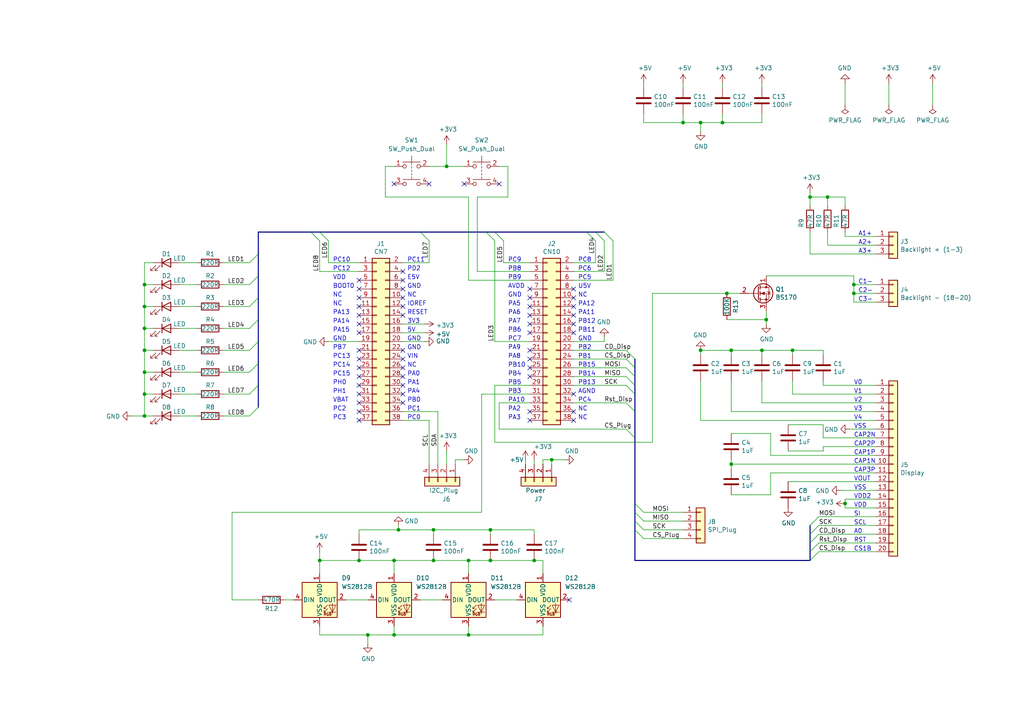
<source format=kicad_sch>
(kicad_sch (version 20230121) (generator eeschema)
  (paper "A4")
  (title_block (title "Embedded Systems Erweiterungsplatine") (date "2024-01-09") (rev "1.3") (company "Technische Hochschule Mittelhessen") (comment 1 "Pascal Pfeiffer"))
  (junction (at 220.98 101.6))
  (junction (at 247.65 85.09))
  (junction (at 209.55 35.56))
  (junction (at 222.25 92.71))
  (junction (at 92.71 162.56))
  (junction (at 234.95 57.15))
  (junction (at 240.03 57.15))
  (junction (at 41.91 88.9))
  (junction (at 41.91 95.25))
  (junction (at 114.3 162.56))
  (junction (at 129.54 48.26))
  (junction (at 41.91 82.55))
  (junction (at 212.09 101.6))
  (junction (at 125.73 162.56))
  (junction (at 198.12 35.56))
  (junction (at 41.91 114.3))
  (junction (at 106.68 184.15))
  (junction (at 210.82 85.09))
  (junction (at 135.89 162.56))
  (junction (at 142.24 162.56))
  (junction (at 247.65 82.55))
  (junction (at 41.91 101.6))
  (junction (at 41.91 107.95))
  (junction (at 203.2 35.56))
  (junction (at 229.87 101.6))
  (junction (at 212.09 134.62))
  (junction (at 104.14 162.56))
  (junction (at 135.89 184.15))
  (junction (at 115.57 153.67))
  (junction (at 114.3 184.15))
  (junction (at 125.73 153.67))
  (junction (at 41.91 120.65))
  (junction (at 142.24 153.67))
  (junction (at 203.2 101.6))
  (junction (at 245.11 146.05))
  (junction (at 154.94 162.56))
  (junction (at 160.02 133.35))
  (no_connect (at 166.37 114.3))
  (no_connect (at 153.67 119.38))
  (no_connect (at 104.14 114.3))
  (no_connect (at 104.14 86.36))
  (no_connect (at 153.67 109.22))
  (no_connect (at 104.14 111.76))
  (no_connect (at 116.84 111.76))
  (no_connect (at 104.14 96.52))
  (no_connect (at 166.37 93.98))
  (no_connect (at 104.14 101.6))
  (no_connect (at 166.37 96.52))
  (no_connect (at 144.78 53.34))
  (no_connect (at 134.62 53.34))
  (no_connect (at 124.46 53.34))
  (no_connect (at 114.3 53.34))
  (no_connect (at 165.1 173.99))
  (no_connect (at 116.84 83.82))
  (no_connect (at 116.84 116.84))
  (no_connect (at 153.67 106.68))
  (no_connect (at 116.84 91.44))
  (no_connect (at 104.14 116.84))
  (no_connect (at 116.84 101.6))
  (no_connect (at 153.67 93.98))
  (no_connect (at 116.84 81.28))
  (no_connect (at 166.37 86.36))
  (no_connect (at 153.67 86.36))
  (no_connect (at 104.14 83.82))
  (no_connect (at 153.67 101.6))
  (no_connect (at 116.84 104.14))
  (no_connect (at 116.84 78.74))
  (no_connect (at 166.37 119.38))
  (no_connect (at 153.67 83.82))
  (no_connect (at 116.84 109.22))
  (no_connect (at 116.84 106.68))
  (no_connect (at 153.67 88.9))
  (no_connect (at 116.84 86.36))
  (no_connect (at 116.84 88.9))
  (no_connect (at 166.37 83.82))
  (no_connect (at 166.37 121.92))
  (no_connect (at 166.37 91.44))
  (no_connect (at 153.67 104.14))
  (no_connect (at 104.14 81.28))
  (no_connect (at 104.14 88.9))
  (no_connect (at 104.14 121.92))
  (no_connect (at 104.14 104.14))
  (no_connect (at 104.14 109.22))
  (no_connect (at 166.37 88.9))
  (no_connect (at 104.14 91.44))
  (no_connect (at 153.67 96.52))
  (no_connect (at 153.67 91.44))
  (no_connect (at 104.14 93.98))
  (no_connect (at 116.84 114.3))
  (no_connect (at 104.14 106.68))
  (no_connect (at 104.14 119.38))
  (no_connect (at 153.67 121.92))
  (bus_entry (at 181.61 116.84) (size 2.54 2.54))
  (bus_entry (at 184.15 151.13) (size 2.54 2.54))
  (bus_entry (at 181.61 101.6) (size 2.54 2.54))
  (bus_entry (at 74.93 80.01) (size -2.54 2.54))
  (bus_entry (at 72.39 114.3) (size 2.54 -2.54))
  (bus_entry (at 234.95 152.4) (size 2.54 -2.54))
  (bus_entry (at 234.95 160.02) (size 2.54 -2.54))
  (bus_entry (at 74.93 99.06) (size -2.54 2.54))
  (bus_entry (at 181.61 106.68) (size 2.54 2.54))
  (bus_entry (at 121.92 67.31) (size 2.54 2.54))
  (bus_entry (at 170.18 67.31) (size 2.54 2.54))
  (bus_entry (at 181.61 124.46) (size 2.54 2.54))
  (bus_entry (at 92.71 67.31) (size 2.54 2.54))
  (bus_entry (at 184.15 146.05) (size 2.54 2.54))
  (bus_entry (at 74.93 105.41) (size -2.54 2.54))
  (bus_entry (at 140.97 67.31) (size 2.54 2.54))
  (bus_entry (at 181.61 111.76) (size 2.54 2.54))
  (bus_entry (at 172.72 67.31) (size 2.54 2.54))
  (bus_entry (at 181.61 104.14) (size 2.54 2.54))
  (bus_entry (at 90.17 67.31) (size 2.54 2.54))
  (bus_entry (at 74.93 86.36) (size -2.54 2.54))
  (bus_entry (at 181.61 109.22) (size 2.54 2.54))
  (bus_entry (at 234.95 157.48) (size 2.54 -2.54))
  (bus_entry (at 234.95 154.94) (size 2.54 -2.54))
  (bus_entry (at 74.93 92.71) (size -2.54 2.54))
  (bus_entry (at 234.95 162.56) (size 2.54 -2.54))
  (bus_entry (at 74.93 73.66) (size -2.54 2.54))
  (bus_entry (at 175.26 67.31) (size 2.54 2.54))
  (bus_entry (at 184.15 148.59) (size 2.54 2.54))
  (bus_entry (at 143.51 67.31) (size 2.54 2.54))
  (bus_entry (at 184.15 153.67) (size 2.54 2.54))
  (bus_entry (at 74.93 118.11) (size -2.54 2.54))
  (wire (pts (xy 238.76 127) (xy 254 127)))
  (wire (pts (xy 228.6 130.81) (xy 238.76 130.81)))
  (bus (pts (xy 90.17 67.31) (xy 92.71 67.31)))
  (wire (pts (xy 147.32 48.26) (xy 144.78 48.26)))
  (bus (pts (xy 74.93 73.66) (xy 74.93 80.01)))
  (wire (pts (xy 143.51 173.99) (xy 149.86 173.99)))
  (bus (pts (xy 74.93 111.76) (xy 74.93 118.11)))
  (wire (pts (xy 223.52 125.73) (xy 212.09 125.73)))
  (wire (pts (xy 234.95 57.15) (xy 234.95 59.69)))
  (wire (pts (xy 209.55 24.13) (xy 209.55 25.4)))
  (wire (pts (xy 220.98 24.13) (xy 220.98 25.4)))
  (wire (pts (xy 203.2 102.87) (xy 203.2 101.6)))
  (wire (pts (xy 139.7 114.3) (xy 139.7 148.59)))
  (bus (pts (xy 184.15 111.76) (xy 184.15 114.3)))
  (wire (pts (xy 154.94 162.56) (xy 142.24 162.56)))
  (wire (pts (xy 100.33 173.99) (xy 106.68 173.99)))
  (wire (pts (xy 153.67 114.3) (xy 139.7 114.3)))
  (wire (pts (xy 106.68 184.15) (xy 114.3 184.15)))
  (wire (pts (xy 104.14 76.2) (xy 95.25 76.2)))
  (wire (pts (xy 254 68.58) (xy 245.11 68.58)))
  (bus (pts (xy 234.95 160.02) (xy 234.95 162.56)))
  (wire (pts (xy 247.65 87.63) (xy 247.65 85.09)))
  (wire (pts (xy 143.51 111.76) (xy 143.51 128.27)))
  (wire (pts (xy 92.71 162.56) (xy 92.71 166.37)))
  (bus (pts (xy 184.15 127) (xy 184.15 146.05)))
  (wire (pts (xy 143.51 111.76) (xy 153.67 111.76)))
  (bus (pts (xy 74.93 105.41) (xy 74.93 111.76)))
  (wire (pts (xy 223.52 143.51) (xy 212.09 143.51)))
  (wire (pts (xy 254 85.09) (xy 247.65 85.09)))
  (wire (pts (xy 186.69 33.02) (xy 186.69 35.56)))
  (wire (pts (xy 198.12 153.67) (xy 186.69 153.67)))
  (wire (pts (xy 104.14 162.56) (xy 92.71 162.56)))
  (wire (pts (xy 92.71 181.61) (xy 92.71 184.15)))
  (wire (pts (xy 157.48 134.62) (xy 157.48 133.35)))
  (bus (pts (xy 184.15 106.68) (xy 184.15 109.22)))
  (wire (pts (xy 114.3 166.37) (xy 114.3 162.56)))
  (wire (pts (xy 138.43 57.15) (xy 147.32 57.15)))
  (wire (pts (xy 223.52 137.16) (xy 223.52 143.51)))
  (wire (pts (xy 52.07 82.55) (xy 57.15 82.55)))
  (wire (pts (xy 245.11 59.69) (xy 245.11 57.15)))
  (wire (pts (xy 222.25 92.71) (xy 222.25 93.98)))
  (wire (pts (xy 123.19 99.06) (xy 116.84 99.06)))
  (bus (pts (xy 184.15 119.38) (xy 184.15 127)))
  (wire (pts (xy 186.69 156.21) (xy 198.12 156.21)))
  (wire (pts (xy 64.77 82.55) (xy 72.39 82.55)))
  (wire (pts (xy 52.07 107.95) (xy 57.15 107.95)))
  (wire (pts (xy 41.91 114.3) (xy 41.91 107.95)))
  (wire (pts (xy 123.19 96.52) (xy 116.84 96.52)))
  (wire (pts (xy 64.77 76.2) (xy 72.39 76.2)))
  (wire (pts (xy 116.84 76.2) (xy 124.46 76.2)))
  (wire (pts (xy 166.37 116.84) (xy 181.61 116.84)))
  (bus (pts (xy 184.15 104.14) (xy 184.15 106.68)))
  (wire (pts (xy 237.49 149.86) (xy 254 149.86)))
  (wire (pts (xy 238.76 127) (xy 238.76 123.19)))
  (wire (pts (xy 237.49 152.4) (xy 254 152.4)))
  (wire (pts (xy 95.25 76.2) (xy 95.25 69.85)))
  (wire (pts (xy 146.05 69.85) (xy 146.05 76.2)))
  (wire (pts (xy 115.57 153.67) (xy 125.73 153.67)))
  (wire (pts (xy 114.3 181.61) (xy 114.3 184.15)))
  (bus (pts (xy 74.93 67.31) (xy 90.17 67.31)))
  (wire (pts (xy 186.69 24.13) (xy 186.69 25.4)))
  (wire (pts (xy 135.89 81.28) (xy 135.89 57.15)))
  (bus (pts (xy 184.15 148.59) (xy 184.15 151.13)))
  (bus (pts (xy 172.72 67.31) (xy 175.26 67.31)))
  (wire (pts (xy 237.49 154.94) (xy 254 154.94)))
  (wire (pts (xy 52.07 101.6) (xy 57.15 101.6)))
  (bus (pts (xy 92.71 67.31) (xy 121.92 67.31)))
  (wire (pts (xy 143.51 128.27) (xy 189.23 128.27)))
  (wire (pts (xy 92.71 78.74) (xy 104.14 78.74)))
  (wire (pts (xy 153.67 116.84) (xy 144.78 116.84)))
  (wire (pts (xy 198.12 24.13) (xy 198.12 25.4)))
  (wire (pts (xy 41.91 101.6) (xy 41.91 95.25)))
  (wire (pts (xy 245.11 57.15) (xy 240.03 57.15)))
  (wire (pts (xy 52.07 120.65) (xy 57.15 120.65)))
  (wire (pts (xy 104.14 99.06) (xy 95.25 99.06)))
  (wire (pts (xy 44.45 101.6) (xy 41.91 101.6)))
  (bus (pts (xy 234.95 157.48) (xy 234.95 160.02)))
  (wire (pts (xy 198.12 35.56) (xy 203.2 35.56)))
  (bus (pts (xy 234.95 152.4) (xy 234.95 154.94)))
  (bus (pts (xy 184.15 114.3) (xy 184.15 119.38)))
  (bus (pts (xy 74.93 99.06) (xy 74.93 105.41)))
  (wire (pts (xy 240.03 71.12) (xy 240.03 67.31)))
  (wire (pts (xy 254 87.63) (xy 247.65 87.63)))
  (wire (pts (xy 44.45 114.3) (xy 41.91 114.3)))
  (wire (pts (xy 132.08 134.62) (xy 132.08 133.35)))
  (bus (pts (xy 184.15 162.56) (xy 234.95 162.56)))
  (wire (pts (xy 220.98 35.56) (xy 209.55 35.56)))
  (wire (pts (xy 245.11 147.32) (xy 245.11 146.05)))
  (wire (pts (xy 238.76 111.76) (xy 238.76 110.49)))
  (bus (pts (xy 184.15 109.22) (xy 184.15 111.76)))
  (wire (pts (xy 238.76 101.6) (xy 229.87 101.6)))
  (wire (pts (xy 125.73 153.67) (xy 142.24 153.67)))
  (wire (pts (xy 203.2 121.92) (xy 203.2 110.49)))
  (bus (pts (xy 74.93 67.31) (xy 74.93 73.66)))
  (wire (pts (xy 64.77 101.6) (xy 72.39 101.6)))
  (wire (pts (xy 41.91 120.65) (xy 41.91 114.3)))
  (wire (pts (xy 157.48 166.37) (xy 157.48 162.56)))
  (wire (pts (xy 38.1 120.65) (xy 41.91 120.65)))
  (wire (pts (xy 64.77 114.3) (xy 72.39 114.3)))
  (wire (pts (xy 229.87 114.3) (xy 229.87 110.49)))
  (wire (pts (xy 64.77 95.25) (xy 72.39 95.25)))
  (wire (pts (xy 210.82 92.71) (xy 222.25 92.71)))
  (wire (pts (xy 166.37 101.6) (xy 181.61 101.6)))
  (wire (pts (xy 172.72 69.85) (xy 172.72 76.2)))
  (wire (pts (xy 212.09 133.35) (xy 212.09 134.62)))
  (wire (pts (xy 67.31 173.99) (xy 74.93 173.99)))
  (wire (pts (xy 44.45 88.9) (xy 41.91 88.9)))
  (wire (pts (xy 222.25 80.01) (xy 247.65 80.01)))
  (wire (pts (xy 41.91 88.9) (xy 41.91 82.55)))
  (wire (pts (xy 142.24 153.67) (xy 154.94 153.67)))
  (wire (pts (xy 203.2 101.6) (xy 212.09 101.6)))
  (wire (pts (xy 181.61 124.46) (xy 144.78 124.46)))
  (wire (pts (xy 186.69 151.13) (xy 198.12 151.13)))
  (wire (pts (xy 129.54 48.26) (xy 134.62 48.26)))
  (wire (pts (xy 92.71 184.15) (xy 106.68 184.15)))
  (wire (pts (xy 124.46 48.26) (xy 129.54 48.26)))
  (wire (pts (xy 229.87 102.87) (xy 229.87 101.6)))
  (bus (pts (xy 140.97 67.31) (xy 143.51 67.31)))
  (wire (pts (xy 254 111.76) (xy 238.76 111.76)))
  (wire (pts (xy 229.87 101.6) (xy 220.98 101.6)))
  (wire (pts (xy 157.48 133.35) (xy 160.02 133.35)))
  (wire (pts (xy 44.45 82.55) (xy 41.91 82.55)))
  (wire (pts (xy 198.12 33.02) (xy 198.12 35.56)))
  (wire (pts (xy 121.92 173.99) (xy 128.27 173.99)))
  (wire (pts (xy 92.71 160.02) (xy 92.71 162.56)))
  (wire (pts (xy 177.8 69.85) (xy 177.8 81.28)))
  (wire (pts (xy 212.09 134.62) (xy 212.09 135.89)))
  (wire (pts (xy 238.76 102.87) (xy 238.76 101.6)))
  (wire (pts (xy 212.09 134.62) (xy 254 134.62)))
  (wire (pts (xy 116.84 121.92) (xy 124.46 121.92)))
  (wire (pts (xy 254 116.84) (xy 220.98 116.84)))
  (wire (pts (xy 154.94 153.67) (xy 154.94 154.94)))
  (wire (pts (xy 245.11 68.58) (xy 245.11 67.31)))
  (wire (pts (xy 220.98 102.87) (xy 220.98 101.6)))
  (wire (pts (xy 245.11 144.78) (xy 245.11 146.05)))
  (wire (pts (xy 115.57 153.67) (xy 115.57 152.4)))
  (bus (pts (xy 74.93 92.71) (xy 74.93 99.06)))
  (wire (pts (xy 189.23 85.09) (xy 210.82 85.09)))
  (wire (pts (xy 135.89 181.61) (xy 135.89 184.15)))
  (bus (pts (xy 74.93 86.36) (xy 74.93 92.71)))
  (wire (pts (xy 116.84 93.98) (xy 123.19 93.98)))
  (wire (pts (xy 175.26 99.06) (xy 175.26 97.79)))
  (wire (pts (xy 138.43 78.74) (xy 138.43 57.15)))
  (wire (pts (xy 52.07 95.25) (xy 57.15 95.25)))
  (bus (pts (xy 234.95 154.94) (xy 234.95 157.48)))
  (wire (pts (xy 177.8 81.28) (xy 166.37 81.28)))
  (wire (pts (xy 111.76 48.26) (xy 114.3 48.26)))
  (wire (pts (xy 106.68 184.15) (xy 106.68 186.69)))
  (wire (pts (xy 111.76 57.15) (xy 135.89 57.15)))
  (wire (pts (xy 222.25 90.17) (xy 222.25 92.71)))
  (wire (pts (xy 92.71 78.74) (xy 92.71 69.85)))
  (wire (pts (xy 254 124.46) (xy 246.38 124.46)))
  (wire (pts (xy 247.65 85.09) (xy 247.65 82.55)))
  (wire (pts (xy 147.32 57.15) (xy 147.32 48.26)))
  (wire (pts (xy 212.09 101.6) (xy 212.09 102.87)))
  (wire (pts (xy 114.3 162.56) (xy 104.14 162.56)))
  (wire (pts (xy 144.78 124.46) (xy 144.78 116.84)))
  (wire (pts (xy 220.98 101.6) (xy 212.09 101.6)))
  (wire (pts (xy 240.03 59.69) (xy 240.03 57.15)))
  (wire (pts (xy 157.48 181.61) (xy 157.48 184.15)))
  (wire (pts (xy 67.31 148.59) (xy 67.31 173.99)))
  (wire (pts (xy 41.91 82.55) (xy 41.91 76.2)))
  (wire (pts (xy 57.15 114.3) (xy 52.07 114.3)))
  (wire (pts (xy 210.82 85.09) (xy 214.63 85.09)))
  (wire (pts (xy 104.14 154.94) (xy 104.14 153.67)))
  (wire (pts (xy 132.08 133.35) (xy 134.62 133.35)))
  (wire (pts (xy 166.37 106.68) (xy 181.61 106.68)))
  (wire (pts (xy 127 119.38) (xy 127 134.62)))
  (wire (pts (xy 237.49 160.02) (xy 254 160.02)))
  (wire (pts (xy 238.76 130.81) (xy 238.76 129.54)))
  (wire (pts (xy 41.91 107.95) (xy 41.91 101.6)))
  (wire (pts (xy 198.12 148.59) (xy 186.69 148.59)))
  (wire (pts (xy 142.24 153.67) (xy 142.24 154.94)))
  (wire (pts (xy 223.52 132.08) (xy 223.52 125.73)))
  (wire (pts (xy 238.76 129.54) (xy 254 129.54)))
  (wire (pts (xy 135.89 166.37) (xy 135.89 162.56)))
  (wire (pts (xy 143.51 99.06) (xy 153.67 99.06)))
  (wire (pts (xy 111.76 57.15) (xy 111.76 48.26)))
  (bus (pts (xy 74.93 80.01) (xy 74.93 86.36)))
  (wire (pts (xy 254 139.7) (xy 228.6 139.7)))
  (wire (pts (xy 41.91 120.65) (xy 44.45 120.65)))
  (wire (pts (xy 64.77 88.9) (xy 72.39 88.9)))
  (wire (pts (xy 41.91 95.25) (xy 41.91 88.9)))
  (wire (pts (xy 254 142.24) (xy 243.84 142.24)))
  (wire (pts (xy 189.23 128.27) (xy 189.23 85.09)))
  (wire (pts (xy 160.02 134.62) (xy 160.02 133.35)))
  (wire (pts (xy 124.46 76.2) (xy 124.46 69.85)))
  (wire (pts (xy 135.89 162.56) (xy 125.73 162.56)))
  (bus (pts (xy 143.51 67.31) (xy 170.18 67.31)))
  (wire (pts (xy 129.54 41.91) (xy 129.54 48.26)))
  (wire (pts (xy 116.84 119.38) (xy 127 119.38)))
  (wire (pts (xy 153.67 81.28) (xy 135.89 81.28)))
  (wire (pts (xy 270.51 24.13) (xy 270.51 30.48)))
  (wire (pts (xy 220.98 33.02) (xy 220.98 35.56)))
  (wire (pts (xy 209.55 33.02) (xy 209.55 35.56)))
  (bus (pts (xy 170.18 67.31) (xy 172.72 67.31)))
  (wire (pts (xy 254 147.32) (xy 245.11 147.32)))
  (wire (pts (xy 166.37 104.14) (xy 181.61 104.14)))
  (wire (pts (xy 166.37 111.76) (xy 181.61 111.76)))
  (wire (pts (xy 234.95 55.88) (xy 234.95 57.15)))
  (wire (pts (xy 157.48 184.15) (xy 135.89 184.15)))
  (wire (pts (xy 52.07 88.9) (xy 57.15 88.9)))
  (wire (pts (xy 153.67 76.2) (xy 146.05 76.2)))
  (wire (pts (xy 166.37 78.74) (xy 175.26 78.74)))
  (wire (pts (xy 238.76 123.19) (xy 228.6 123.19)))
  (wire (pts (xy 124.46 121.92) (xy 124.46 134.62)))
  (wire (pts (xy 209.55 35.56) (xy 203.2 35.56)))
  (wire (pts (xy 254 73.66) (xy 234.95 73.66)))
  (wire (pts (xy 125.73 162.56) (xy 114.3 162.56)))
  (wire (pts (xy 220.98 116.84) (xy 220.98 110.49)))
  (wire (pts (xy 166.37 109.22) (xy 181.61 109.22)))
  (wire (pts (xy 153.67 78.74) (xy 138.43 78.74)))
  (wire (pts (xy 240.03 57.15) (xy 234.95 57.15)))
  (wire (pts (xy 41.91 76.2) (xy 44.45 76.2)))
  (wire (pts (xy 143.51 69.85) (xy 143.51 99.06)))
  (bus (pts (xy 184.15 153.67) (xy 184.15 162.56)))
  (wire (pts (xy 254 114.3) (xy 229.87 114.3)))
  (bus (pts (xy 184.15 146.05) (xy 184.15 148.59)))
  (wire (pts (xy 139.7 148.59) (xy 67.31 148.59)))
  (bus (pts (xy 121.92 67.31) (xy 140.97 67.31)))
  (wire (pts (xy 44.45 95.25) (xy 41.91 95.25)))
  (wire (pts (xy 254 144.78) (xy 245.11 144.78)))
  (wire (pts (xy 163.83 133.35) (xy 160.02 133.35)))
  (wire (pts (xy 154.94 134.62) (xy 154.94 133.35)))
  (wire (pts (xy 203.2 35.56) (xy 203.2 38.1)))
  (wire (pts (xy 104.14 153.67) (xy 115.57 153.67)))
  (wire (pts (xy 257.81 24.13) (xy 257.81 30.48)))
  (wire (pts (xy 152.4 133.35) (xy 152.4 134.62)))
  (wire (pts (xy 254 121.92) (xy 203.2 121.92)))
  (wire (pts (xy 85.09 173.99) (xy 82.55 173.99)))
  (wire (pts (xy 64.77 120.65) (xy 72.39 120.65)))
  (wire (pts (xy 44.45 107.95) (xy 41.91 107.95)))
  (wire (pts (xy 175.26 69.85) (xy 175.26 78.74)))
  (wire (pts (xy 245.11 24.13) (xy 245.11 30.48)))
  (wire (pts (xy 157.48 162.56) (xy 154.94 162.56)))
  (wire (pts (xy 186.69 35.56) (xy 198.12 35.56)))
  (wire (pts (xy 166.37 76.2) (xy 172.72 76.2)))
  (wire (pts (xy 247.65 80.01) (xy 247.65 82.55)))
  (wire (pts (xy 212.09 119.38) (xy 212.09 110.49)))
  (wire (pts (xy 142.24 162.56) (xy 135.89 162.56)))
  (wire (pts (xy 114.3 184.15) (xy 135.89 184.15)))
  (wire (pts (xy 125.73 153.67) (xy 125.73 154.94)))
  (wire (pts (xy 254 132.08) (xy 223.52 132.08)))
  (wire (pts (xy 64.77 107.95) (xy 72.39 107.95)))
  (wire (pts (xy 237.49 157.48) (xy 254 157.48)))
  (wire (pts (xy 254 119.38) (xy 212.09 119.38)))
  (wire (pts (xy 234.95 73.66) (xy 234.95 67.31)))
  (wire (pts (xy 254 137.16) (xy 223.52 137.16)))
  (wire (pts (xy 52.07 76.2) (xy 57.15 76.2)))
  (wire (pts (xy 254 71.12) (xy 240.03 71.12)))
  (bus (pts (xy 184.15 151.13) (xy 184.15 153.67)))
  (wire (pts (xy 254 82.55) (xy 247.65 82.55)))
  (wire (pts (xy 129.54 134.62) (xy 129.54 130.81)))
  (wire (pts (xy 166.37 99.06) (xy 175.26 99.06)))
  (text "PC5" (at 167.64 81.28 0) (effects (font (size 1.27 1.27)) (justify left bottom)))
  (text "PH0" (at 96.52 111.76 0) (effects (font (size 1.27 1.27)) (justify left bottom)))
  (text "NC" (at 96.52 88.9 0) (effects (font (size 1.27 1.27)) (justify left bottom)))
  (text "NC" (at 167.64 121.92 0) (effects (font (size 1.27 1.27)) (justify left bottom)))
  (text "GND" (at 147.32 86.36 0) (effects (font (size 1.27 1.27)) (justify left bottom)))
  (text "GND" (at 96.52 99.06 0) (effects (font (size 1.27 1.27)) (justify left bottom)))
  (text "PC6" (at 167.64 78.74 0) (effects (font (size 1.27 1.27)) (justify left bottom)))
  (text "BOOT0" (at 96.52 83.82 0) (effects (font (size 1.27 1.27)) (justify left bottom)))
  (text "PA13" (at 96.52 91.44 0) (effects (font (size 1.27 1.27)) (justify left bottom)))
  (text "V1" (at 247.65 114.3 0) (effects (font (size 1.27 1.27)) (justify left bottom)))
  (text "VDD2" (at 247.65 144.78 0) (effects (font (size 1.27 1.27)) (justify left bottom)))
  (text "AVDD" (at 147.32 83.82 0) (effects (font (size 1.27 1.27)) (justify left bottom)))
  (text "NC" (at 167.64 119.38 0) (effects (font (size 1.27 1.27)) (justify left bottom)))
  (text "A0" (at 247.65 154.94 0) (effects (font (size 1.27 1.27)) (justify left bottom)))
  (text "PC9" (at 147.32 76.2 0) (effects (font (size 1.27 1.27)) (justify left bottom)))
  (text "PC7" (at 147.32 99.06 0) (effects (font (size 1.27 1.27)) (justify left bottom)))
  (text "PA10" (at 147.32 116.84 0) (effects (font (size 1.27 1.27)) (justify left bottom)))
  (text "IOREF" (at 118.11 88.9 0) (effects (font (size 1.27 1.27)) (justify left bottom)))
  (text "PA0" (at 118.11 109.22 0) (effects (font (size 1.27 1.27)) (justify left bottom)))
  (text "PB6" (at 147.32 96.52 0) (effects (font (size 1.27 1.27)) (justify left bottom)))
  (text "GND" (at 118.11 83.82 0) (effects (font (size 1.27 1.27)) (justify left bottom)))
  (text "PC11" (at 118.11 76.2 0) (effects (font (size 1.27 1.27)) (justify left bottom)))
  (text "VDD" (at 96.52 81.28 0) (effects (font (size 1.27 1.27)) (justify left bottom)))
  (text "RESET" (at 118.11 91.44 0) (effects (font (size 1.27 1.27)) (justify left bottom)))
  (text "PA11" (at 167.64 91.44 0) (effects (font (size 1.27 1.27)) (justify left bottom)))
  (text "V4" (at 247.65 121.92 0) (effects (font (size 1.27 1.27)) (justify left bottom)))
  (text "PA9" (at 147.32 101.6 0) (effects (font (size 1.27 1.27)) (justify left bottom)))
  (text "CS1B" (at 247.65 160.02 0) (effects (font (size 1.27 1.27)) (justify left bottom)))
  (text "3V3" (at 118.11 93.98 0) (effects (font (size 1.27 1.27)) (justify left bottom)))
  (text "NC" (at 167.64 86.36 0) (effects (font (size 1.27 1.27)) (justify left bottom)))
  (text "PC15" (at 96.52 109.22 0) (effects (font (size 1.27 1.27)) (justify left bottom)))
  (text "PA4" (at 118.11 114.3 0) (effects (font (size 1.27 1.27)) (justify left bottom)))
  (text "RST" (at 247.65 157.48 0) (effects (font (size 1.27 1.27)) (justify left bottom)))
  (text "GND" (at 118.11 99.06 0) (effects (font (size 1.27 1.27)) (justify left bottom)))
  (text "PB15" (at 167.64 106.68 0) (effects (font (size 1.27 1.27)) (justify left bottom)))
  (text "PB14" (at 167.64 109.22 0) (effects (font (size 1.27 1.27)) (justify left bottom)))
  (text "PC12" (at 96.52 78.74 0) (effects (font (size 1.27 1.27)) (justify left bottom)))
  (text "PB3" (at 147.32 114.3 0) (effects (font (size 1.27 1.27)) (justify left bottom)))
  (text "CAP1P" (at 247.65 132.08 0) (effects (font (size 1.27 1.27)) (justify left bottom)))
  (text "C2-" (at 248.92 85.09 0) (effects (font (size 1.27 1.27)) (justify left bottom)))
  (text "PC1" (at 118.11 119.38 0) (effects (font (size 1.27 1.27)) (justify left bottom)))
  (text "PB13" (at 167.64 111.76 0) (effects (font (size 1.27 1.27)) (justify left bottom)))
  (text "CAP2P" (at 247.65 129.54 0) (effects (font (size 1.27 1.27)) (justify left bottom)))
  (text "PB1" (at 167.64 104.14 0) (effects (font (size 1.27 1.27)) (justify left bottom)))
  (text "GND" (at 167.64 99.06 0) (effects (font (size 1.27 1.27)) (justify left bottom)))
  (text "PB8" (at 147.32 78.74 0) (effects (font (size 1.27 1.27)) (justify left bottom)))
  (text "PA12" (at 167.64 88.9 0) (effects (font (size 1.27 1.27)) (justify left bottom)))
  (text "PA14" (at 96.52 93.98 0) (effects (font (size 1.27 1.27)) (justify left bottom)))
  (text "CAP2N" (at 247.65 127 0) (effects (font (size 1.27 1.27)) (justify left bottom)))
  (text "C3-" (at 248.92 87.63 0) (effects (font (size 1.27 1.27)) (justify left bottom)))
  (text "VSS" (at 247.65 124.46 0) (effects (font (size 1.27 1.27)) (justify left bottom)))
  (text "PC0" (at 118.11 121.92 0) (effects (font (size 1.27 1.27)) (justify left bottom)))
  (text "PA2" (at 147.32 119.38 0) (effects (font (size 1.27 1.27)) (justify left bottom)))
  (text "NC" (at 96.52 86.36 0) (effects (font (size 1.27 1.27)) (justify left bottom)))
  (text "U5V" (at 167.64 83.82 0) (effects (font (size 1.27 1.27)) (justify left bottom)))
  (text "A2+" (at 248.92 71.12 0) (effects (font (size 1.27 1.27)) (justify left bottom)))
  (text "PA7" (at 147.32 93.98 0) (effects (font (size 1.27 1.27)) (justify left bottom)))
  (text "PA1" (at 118.11 111.76 0) (effects (font (size 1.27 1.27)) (justify left bottom)))
  (text "CAP1N" (at 247.65 134.62 0) (effects (font (size 1.27 1.27)) (justify left bottom)))
  (text "PD2" (at 118.11 78.74 0) (effects (font (size 1.27 1.27)) (justify left bottom)))
  (text "V0" (at 247.65 111.76 0) (effects (font (size 1.27 1.27)) (justify left bottom)))
  (text "PA5" (at 147.32 88.9 0) (effects (font (size 1.27 1.27)) (justify left bottom)))
  (text "VOUT" (at 247.65 139.7 0) (effects (font (size 1.27 1.27)) (justify left bottom)))
  (text "PB12" (at 167.64 93.98 0) (effects (font (size 1.27 1.27)) (justify left bottom)))
  (text "5V" (at 118.11 96.52 0) (effects (font (size 1.27 1.27)) (justify left bottom)))
  (text "AGND" (at 167.64 114.3 0) (effects (font (size 1.27 1.27)) (justify left bottom)))
  (text "PA15" (at 96.52 96.52 0) (effects (font (size 1.27 1.27)) (justify left bottom)))
  (text "VIN" (at 118.11 104.14 0) (effects (font (size 1.27 1.27)) (justify left bottom)))
  (text "PB2" (at 167.64 101.6 0) (effects (font (size 1.27 1.27)) (justify left bottom)))
  (text "A3+" (at 248.92 73.66 0) (effects (font (size 1.27 1.27)) (justify left bottom)))
  (text "NC" (at 118.11 106.68 0) (effects (font (size 1.27 1.27)) (justify left bottom)))
  (text "V3" (at 247.65 119.38 0) (effects (font (size 1.27 1.27)) (justify left bottom)))
  (text "PA8" (at 147.32 104.14 0) (effects (font (size 1.27 1.27)) (justify left bottom)))
  (text "PB4" (at 147.32 109.22 0) (effects (font (size 1.27 1.27)) (justify left bottom)))
  (text "E5V" (at 118.11 81.28 0) (effects (font (size 1.27 1.27)) (justify left bottom)))
  (text "PB5" (at 147.32 111.76 0) (effects (font (size 1.27 1.27)) (justify left bottom)))
  (text "PB0" (at 118.11 116.84 0) (effects (font (size 1.27 1.27)) (justify left bottom)))
  (text "SI" (at 247.65 149.86 0) (effects (font (size 1.27 1.27)) (justify left bottom)))
  (text "PC14" (at 96.52 106.68 0) (effects (font (size 1.27 1.27)) (justify left bottom)))
  (text "PC2" (at 96.52 119.38 0) (effects (font (size 1.27 1.27)) (justify left bottom)))
  (text "NC" (at 118.11 86.36 0) (effects (font (size 1.27 1.27)) (justify left bottom)))
  (text "A1+" (at 248.92 68.58 0) (effects (font (size 1.27 1.27)) (justify left bottom)))
  (text "VBAT" (at 96.52 116.84 0) (effects (font (size 1.27 1.27)) (justify left bottom)))
  (text "PC4" (at 167.64 116.84 0) (effects (font (size 1.27 1.27)) (justify left bottom)))
  (text "PC13" (at 96.52 104.14 0) (effects (font (size 1.27 1.27)) (justify left bottom)))
  (text "PC8" (at 167.64 76.2 0) (effects (font (size 1.27 1.27)) (justify left bottom)))
  (text "PB10" (at 147.32 106.68 0) (effects (font (size 1.27 1.27)) (justify left bottom)))
  (text "PB7" (at 96.52 101.6 0) (effects (font (size 1.27 1.27)) (justify left bottom)))
  (text "PC3" (at 96.52 121.92 0) (effects (font (size 1.27 1.27)) (justify left bottom)))
  (text "PH1" (at 96.52 114.3 0) (effects (font (size 1.27 1.27)) (justify left bottom)))
  (text "SCL" (at 247.65 152.4 0) (effects (font (size 1.27 1.27)) (justify left bottom)))
  (text "PA6" (at 147.32 91.44 0) (effects (font (size 1.27 1.27)) (justify left bottom)))
  (text "PC10" (at 96.52 76.2 0) (effects (font (size 1.27 1.27)) (justify left bottom)))
  (text "VDD" (at 247.65 147.32 0) (effects (font (size 1.27 1.27)) (justify left bottom)))
  (text "PA3" (at 147.32 121.92 0) (effects (font (size 1.27 1.27)) (justify left bottom)))
  (text "VSS" (at 247.65 142.24 0) (effects (font (size 1.27 1.27)) (justify left bottom)))
  (text "C1-" (at 248.92 82.55 0) (effects (font (size 1.27 1.27)) (justify left bottom)))
  (text "V2" (at 247.65 116.84 0) (effects (font (size 1.27 1.27)) (justify left bottom)))
  (text "PB9" (at 147.32 81.28 0) (effects (font (size 1.27 1.27)) (justify left bottom)))
  (text "GND" (at 118.11 101.6 0) (effects (font (size 1.27 1.27)) (justify left bottom)))
  (text "CAP3P" (at 247.65 137.16 0) (effects (font (size 1.27 1.27)) (justify left bottom)))
  (text "PB11" (at 167.64 96.52 0) (effects (font (size 1.27 1.27)) (justify left bottom)))
  (label "LED5" (at 146.05 76.2 90))
  (label "SCK" (at 189.23 153.67 0))
  (label "MOSI" (at 175.26 106.68 0))
  (label "LED6" (at 95.25 74.93 90))
  (label "MOSI" (at 189.23 148.59 0))
  (label "MISO" (at 175.26 109.22 0))
  (label "LED3" (at 143.51 99.06 90))
  (label "SCL" (at 124.46 129.54 90))
  (label "CS_Plug" (at 189.23 156.21 0))
  (label "LED7" (at 66.04 114.3 0))
  (label "LED2" (at 175.26 78.74 90))
  (label "LED1" (at 177.8 81.28 90))
  (label "Rst_Disp" (at 175.26 116.84 0))
  (label "CD_Disp" (at 175.26 101.6 0))
  (label "LED4" (at 66.04 95.25 0))
  (label "SDA" (at 127 129.54 90))
  (label "CS_Plug" (at 175.26 124.46 0))
  (label "CS_Disp" (at 175.26 104.14 0))
  (label "SCK" (at 237.49 152.4 0))
  (label "LED8" (at 66.04 120.65 0))
  (label "CD_Disp" (at 237.49 154.94 0))
  (label "LED5" (at 66.04 101.6 0))
  (label "LED4" (at 172.72 73.66 90))
  (label "MOSI" (at 237.49 149.86 0))
  (label "LED6" (at 66.04 107.95 0))
  (label "CS_Disp" (at 237.49 160.02 0))
  (label "SCK" (at 175.26 111.76 0))
  (label "MISO" (at 189.23 151.13 0))
  (label "LED2" (at 66.04 82.55 0))
  (label "Rst_Disp" (at 237.49 157.48 0))
  (label "LED8" (at 92.71 78.74 90))
  (label "LED3" (at 66.04 88.9 0))
  (label "LED7" (at 124.46 74.93 90))
  (label "LED1" (at 66.04 76.2 0))
  (symbol (lib_id "Connector_Generic:Conn_01x20") (at 259.08 134.62 0) (unit 1)
    (property "Reference" "J5" (at 261.112 134.8232 0) (effects (justify left)))
    (property "Value" "Display" (at 261.112 137.1346 0) (effects (justify left)))
    (property "Footprint" "Connector_PinSocket_2.54mm:PinSocket_1x20_P2.54mm_Vertical" (effects hide))
  )
  (symbol (lib_id "Connector_Generic:Conn_01x03") (at 259.08 71.12 0) (unit 1)
    (property "Reference" "J3" (at 261.112 70.0532 0) (effects (justify left)))
    (property "Value" "Backlight + (1-3)" (at 261.112 72.3646 0) (effects (justify left)))
    (property "Footprint" "Connector_PinSocket_2.54mm:PinSocket_1x03_P2.54mm_Vertical" (effects hide))
  )
  (symbol (lib_id "Connector_Generic:Conn_01x03") (at 259.08 85.09 0) (unit 1)
    (property "Reference" "J4" (at 261.112 84.0232 0) (effects (justify left)))
    (property "Value" "Backlight - (18-20)" (at 261.112 86.3346 0) (effects (justify left)))
    (property "Footprint" "Connector_PinSocket_2.54mm:PinSocket_1x03_P2.54mm_Vertical" (effects hide))
  )
  (symbol (lib_id "Device:R") (at 60.96 76.2 270) (unit 1)
    (property "Reference" "R1" (at 60.96 73.66 90))
    (property "Value" "220R" (at 60.96 76.2 90))
    (property "Footprint" "Resistor_THT:R_Axial_DIN0207_L6.3mm_D2.5mm_P10.16mm_Horizontal" (effects hide))
  )
  (symbol (lib_id "Device:R") (at 60.96 82.55 270) (unit 1)
    (property "Reference" "R2" (at 60.96 80.01 90))
    (property "Value" "220R" (at 60.96 82.55 90))
    (property "Footprint" "Resistor_THT:R_Axial_DIN0207_L6.3mm_D2.5mm_P10.16mm_Horizontal" (effects hide))
  )
  (symbol (lib_id "Device:R") (at 60.96 88.9 270) (unit 1)
    (property "Reference" "R3" (at 60.96 86.36 90))
    (property "Value" "220R" (at 60.96 88.9 90))
    (property "Footprint" "Resistor_THT:R_Axial_DIN0207_L6.3mm_D2.5mm_P10.16mm_Horizontal" (effects hide))
  )
  (symbol (lib_id "Device:R") (at 60.96 95.25 270) (unit 1)
    (property "Reference" "R4" (at 60.96 92.71 90))
    (property "Value" "220R" (at 60.96 95.25 90))
    (property "Footprint" "Resistor_THT:R_Axial_DIN0207_L6.3mm_D2.5mm_P10.16mm_Horizontal" (effects hide))
  )
  (symbol (lib_id "Device:R") (at 60.96 101.6 270) (unit 1)
    (property "Reference" "R5" (at 60.96 99.06 90))
    (property "Value" "220R" (at 60.96 101.6 90))
    (property "Footprint" "Resistor_THT:R_Axial_DIN0207_L6.3mm_D2.5mm_P10.16mm_Horizontal" (effects hide))
  )
  (symbol (lib_id "Device:R") (at 60.96 107.95 270) (unit 1)
    (property "Reference" "R6" (at 60.96 105.41 90))
    (property "Value" "220R" (at 60.96 107.95 90))
    (property "Footprint" "Resistor_THT:R_Axial_DIN0207_L6.3mm_D2.5mm_P10.16mm_Horizontal" (effects hide))
  )
  (symbol (lib_id "Device:R") (at 60.96 114.3 270) (unit 1)
    (property "Reference" "R7" (at 60.96 111.76 90))
    (property "Value" "220R" (at 60.96 114.3 90))
    (property "Footprint" "Resistor_THT:R_Axial_DIN0207_L6.3mm_D2.5mm_P10.16mm_Horizontal" (effects hide))
  )
  (symbol (lib_id "Device:R") (at 60.96 120.65 270) (unit 1)
    (property "Reference" "R8" (at 60.96 118.11 90))
    (property "Value" "220R" (at 60.96 120.65 90))
    (property "Footprint" "Resistor_THT:R_Axial_DIN0207_L6.3mm_D2.5mm_P10.16mm_Horizontal" (effects hide))
  )
  (symbol (lib_id "power:+5V") (at 123.19 96.52 270) (unit 1)
    (property "Reference" "#PWR02" (effects hide))
    (property "Value" "+5V" (at 126.4412 96.901 90) (effects (justify left)))
  )
  (symbol (lib_id "power:+3V3") (at 123.19 93.98 270) (unit 1)
    (property "Reference" "#PWR01" (effects hide))
    (property "Value" "+3V3" (at 126.4412 94.361 90) (effects (justify left)))
  )
  (symbol (lib_id "power:GND") (at 123.19 99.06 90) (unit 1)
    (property "Reference" "#PWR03" (effects hide))
    (property "Value" "GND" (at 126.4412 98.933 90) (effects (justify right)))
  )
  (symbol (lib_id "power:+5V") (at 92.71 160.02 0) (unit 1)
    (property "Reference" "#PWR04" (effects hide))
    (property "Value" "+5V" (at 93.091 155.6258 0))
  )
  (symbol (lib_id "power:GND") (at 106.68 186.69 0) (unit 1)
    (property "Reference" "#PWR05" (effects hide))
    (property "Value" "GND" (at 106.807 191.0842 0))
  )
  (symbol (lib_id "Connector_Generic:Conn_02x19_Odd_Even") (at 109.22 99.06 0) (unit 1)
    (property "Reference" "J1" (at 110.49 70.6882 0))
    (property "Value" "CN7" (at 110.49 72.9996 0))
    (property "Footprint" "Connector_PinSocket_2.54mm:PinSocket_2x19_P2.54mm_Vertical" (effects hide))
  )
  (symbol (lib_id "power:+5V") (at 270.51 24.13 0) (unit 1)
    (property "Reference" "#PWR023" (effects hide))
    (property "Value" "+5V" (at 270.891 19.7358 0))
  )
  (symbol (lib_id "power:+3V3") (at 257.81 24.13 0) (unit 1)
    (property "Reference" "#PWR022" (effects hide))
    (property "Value" "+3V3" (at 258.191 19.7358 0))
  )
  (symbol (lib_id "power:PWR_FLAG") (at 270.51 30.48 180) (unit 1)
    (property "Reference" "#FLG03" (effects hide))
    (property "Value" "PWR_FLAG" (at 270.51 34.8742 0))
  )
  (symbol (lib_id "Connector_Generic:Conn_02x19_Odd_Even") (at 158.75 99.06 0) (unit 1)
    (property "Reference" "J2" (at 160.02 70.6882 0))
    (property "Value" "CN10" (at 160.02 72.9996 0))
    (property "Footprint" "Connector_PinSocket_2.54mm:PinSocket_2x19_P2.54mm_Vertical" (effects hide))
  )
  (symbol (lib_id "power:PWR_FLAG") (at 257.81 30.48 180) (unit 1)
    (property "Reference" "#FLG02" (effects hide))
    (property "Value" "PWR_FLAG" (at 257.81 34.8742 0))
  )
  (symbol (lib_id "Device:LED") (at 48.26 76.2 0) (unit 1)
    (property "Reference" "D1" (at 48.26 73.66 0))
    (property "Value" "LED" (at 52.07 74.93 0))
    (property "Footprint" "LED_THT:LED_D3.0mm_Clear" (effects hide))
  )
  (symbol (lib_id "Device:C") (at 238.76 106.68 0) (unit 1)
    (property "Reference" "C1" (at 241.681 105.5116 0) (effects (justify left)))
    (property "Value" "1uF" (at 241.681 107.823 0) (effects (justify left)))
    (property "Footprint" "Capacitor_THT:C_Rect_L7.0mm_W2.0mm_P5.00mm" (effects hide))
  )
  (symbol (lib_id "Device:C") (at 212.09 129.54 0) (unit 1)
    (property "Reference" "C4" (at 215.011 128.3716 0) (effects (justify left)))
    (property "Value" "1uF" (at 215.011 130.683 0) (effects (justify left)))
    (property "Footprint" "Capacitor_THT:C_Rect_L7.0mm_W2.0mm_P5.00mm" (effects hide))
  )
  (symbol (lib_id "Device:C") (at 212.09 139.7 0) (unit 1)
    (property "Reference" "C5" (at 215.011 138.5316 0) (effects (justify left)))
    (property "Value" "1uF" (at 215.011 140.843 0) (effects (justify left)))
    (property "Footprint" "Capacitor_THT:C_Rect_L7.0mm_W2.0mm_P5.00mm" (effects hide))
  )
  (symbol (lib_id "Device:C") (at 229.87 106.68 0) (unit 1)
    (property "Reference" "C9" (at 232.791 105.5116 0) (effects (justify left)))
    (property "Value" "1uF" (at 232.791 107.823 0) (effects (justify left)))
    (property "Footprint" "Capacitor_THT:C_Rect_L7.0mm_W2.0mm_P5.00mm" (effects hide))
  )
  (symbol (lib_id "Device:C") (at 203.2 106.68 0) (unit 1)
    (property "Reference" "C2" (at 206.121 105.5116 0) (effects (justify left)))
    (property "Value" "1uF" (at 206.121 107.823 0) (effects (justify left)))
    (property "Footprint" "Capacitor_THT:C_Rect_L7.0mm_W2.0mm_P5.00mm" (effects hide))
  )
  (symbol (lib_id "Device:C") (at 220.98 106.68 0) (unit 1)
    (property "Reference" "C6" (at 223.901 105.5116 0) (effects (justify left)))
    (property "Value" "1uF" (at 223.901 107.823 0) (effects (justify left)))
    (property "Footprint" "Capacitor_THT:C_Rect_L7.0mm_W2.0mm_P5.00mm" (effects hide))
  )
  (symbol (lib_id "Device:C") (at 212.09 106.68 0) (unit 1)
    (property "Reference" "C3" (at 215.011 105.5116 0) (effects (justify left)))
    (property "Value" "1uF" (at 215.011 107.823 0) (effects (justify left)))
    (property "Footprint" "Capacitor_THT:C_Rect_L7.0mm_W2.0mm_P5.00mm" (effects hide))
  )
  (symbol (lib_id "Device:C") (at 228.6 127 0) (unit 1)
    (property "Reference" "C7" (at 231.521 125.8316 0) (effects (justify left)))
    (property "Value" "1uF" (at 231.521 128.143 0) (effects (justify left)))
    (property "Footprint" "Capacitor_THT:C_Rect_L7.0mm_W2.0mm_P5.00mm" (effects hide))
  )
  (symbol (lib_id "Device:LED") (at 48.26 82.55 0) (unit 1)
    (property "Reference" "D2" (at 48.26 80.01 0))
    (property "Value" "LED" (at 52.07 81.28 0))
    (property "Footprint" "LED_THT:LED_D3.0mm_Clear" (effects hide))
  )
  (symbol (lib_id "Device:LED") (at 48.26 88.9 0) (unit 1)
    (property "Reference" "D3" (at 48.26 86.36 0))
    (property "Value" "LED" (at 52.07 87.63 0))
    (property "Footprint" "LED_THT:LED_D3.0mm_Clear" (effects hide))
  )
  (symbol (lib_id "Device:LED") (at 48.26 95.25 0) (unit 1)
    (property "Reference" "D4" (at 48.26 92.71 0))
    (property "Value" "LED" (at 52.07 93.98 0))
    (property "Footprint" "LED_THT:LED_D3.0mm_Clear" (effects hide))
  )
  (symbol (lib_id "Device:LED") (at 48.26 101.6 0) (unit 1)
    (property "Reference" "D5" (at 48.26 99.06 0))
    (property "Value" "LED" (at 52.07 100.33 0))
    (property "Footprint" "LED_THT:LED_D3.0mm_Clear" (effects hide))
  )
  (symbol (lib_id "Device:LED") (at 48.26 107.95 0) (unit 1)
    (property "Reference" "D6" (at 48.26 105.41 0))
    (property "Value" "LED" (at 52.07 106.68 0))
    (property "Footprint" "LED_THT:LED_D3.0mm_Clear" (effects hide))
  )
  (symbol (lib_id "Device:LED") (at 48.26 114.3 0) (unit 1)
    (property "Reference" "D7" (at 48.26 111.76 0))
    (property "Value" "LED" (at 52.07 113.03 0))
    (property "Footprint" "LED_THT:LED_D3.0mm_Clear" (effects hide))
  )
  (symbol (lib_id "Device:LED") (at 48.26 120.65 0) (unit 1)
    (property "Reference" "D8" (at 48.26 118.11 0))
    (property "Value" "LED" (at 52.07 119.38 0))
    (property "Footprint" "LED_THT:LED_D3.0mm_Clear" (effects hide))
  )
  (symbol (lib_id "power:PWR_FLAG") (at 245.11 30.48 180) (unit 1)
    (property "Reference" "#FLG01" (effects hide))
    (property "Value" "PWR_FLAG" (at 245.11 34.8742 0))
  )
  (symbol (lib_id "power:GND") (at 245.11 24.13 180) (unit 1)
    (property "Reference" "#PWR021" (effects hide))
    (property "Value" "GND" (at 244.983 19.7358 0))
  )
  (symbol (lib_id "LED:WS2812B") (at 92.71 173.99 0) (unit 1)
    (property "Reference" "D9" (at 99.06 167.64 0) (effects (justify left)))
    (property "Value" "WS2812B" (at 99.06 170.18 0) (effects (justify left)))
    (property "Footprint" "LED_SMD:LED_WS2812B_PLCC4_5.0x5.0mm_P3.2mm" (effects hide))
    (property "Datasheet" "https://cdn-shop.adafruit.com/datasheets/WS2812B.pdf" (effects hide))
  )
  (symbol (lib_id "LED:WS2812B") (at 114.3 173.99 0) (unit 1)
    (property "Reference" "D10" (at 120.65 167.64 0) (effects (justify left)))
    (property "Value" "WS2812B" (at 120.65 170.18 0) (effects (justify left)))
    (property "Footprint" "LED_SMD:LED_WS2812B_PLCC4_5.0x5.0mm_P3.2mm" (effects hide))
    (property "Datasheet" "https://cdn-shop.adafruit.com/datasheets/WS2812B.pdf" (effects hide))
  )
  (symbol (lib_id "LED:WS2812B") (at 135.89 173.99 0) (unit 1)
    (property "Reference" "D11" (at 142.24 167.64 0) (effects (justify left)))
    (property "Value" "WS2812B" (at 142.24 170.18 0) (effects (justify left)))
    (property "Footprint" "LED_SMD:LED_WS2812B_PLCC4_5.0x5.0mm_P3.2mm" (effects hide))
    (property "Datasheet" "https://cdn-shop.adafruit.com/datasheets/WS2812B.pdf" (effects hide))
  )
  (symbol (lib_id "LED:WS2812B") (at 157.48 173.99 0) (unit 1)
    (property "Reference" "D12" (at 163.83 167.64 0) (effects (justify left)))
    (property "Value" "WS2812B" (at 163.83 170.18 0) (effects (justify left)))
    (property "Footprint" "LED_SMD:LED_WS2812B_PLCC4_5.0x5.0mm_P3.2mm" (effects hide))
    (property "Datasheet" "https://cdn-shop.adafruit.com/datasheets/WS2812B.pdf" (effects hide))
  )
  (symbol (lib_id "Device:R") (at 245.11 63.5 0) (unit 1)
    (property "Reference" "R11" (at 242.57 66.04 90) (effects (justify left)))
    (property "Value" "47R" (at 245.11 66.04 90) (effects (justify left)))
    (property "Footprint" "Resistor_THT:R_Axial_DIN0207_L6.3mm_D2.5mm_P10.16mm_Horizontal" (effects hide))
  )
  (symbol (lib_id "Device:R") (at 240.03 63.5 0) (unit 1)
    (property "Reference" "R10" (at 237.49 66.04 90) (effects (justify left)))
    (property "Value" "47R" (at 240.03 66.04 90) (effects (justify left)))
    (property "Footprint" "Resistor_THT:R_Axial_DIN0207_L6.3mm_D2.5mm_P10.16mm_Horizontal" (effects hide))
  )
  (symbol (lib_id "Device:R") (at 234.95 63.5 0) (unit 1)
    (property "Reference" "R9" (at 232.41 66.04 90) (effects (justify left)))
    (property "Value" "47R" (at 234.95 66.04 90) (effects (justify left)))
    (property "Footprint" "Resistor_THT:R_Axial_DIN0207_L6.3mm_D2.5mm_P10.16mm_Horizontal" (effects hide))
  )
  (symbol (lib_id "power:+3V3") (at 234.95 55.88 0) (unit 1)
    (property "Reference" "#PWR020" (effects hide))
    (property "Value" "+3V3" (at 235.331 51.4858 0))
  )
  (symbol (lib_id "power:GND") (at 203.2 101.6 180) (unit 1)
    (property "Reference" "#PWR014" (effects hide))
    (property "Value" "GND" (at 203.073 97.2058 0))
  )
  (symbol (lib_id "Device:C") (at 228.6 143.51 0) (unit 1)
    (property "Reference" "C8" (at 231.521 142.3416 0) (effects (justify left)))
    (property "Value" "1uF" (at 231.521 144.653 0) (effects (justify left)))
    (property "Footprint" "Capacitor_THT:C_Rect_L7.0mm_W2.0mm_P5.00mm" (effects hide))
  )
  (symbol (lib_id "power:GND") (at 228.6 147.32 0) (unit 1)
    (property "Reference" "#PWR015" (effects hide))
    (property "Value" "GND" (at 228.727 151.7142 0))
  )
  (symbol (lib_id "power:GND") (at 246.38 124.46 270) (unit 1)
    (property "Reference" "#PWR018" (effects hide))
    (property "Value" "GND" (at 243.1288 124.587 90) (effects (justify right)))
  )
  (symbol (lib_id "power:GND") (at 243.84 142.24 270) (unit 1)
    (property "Reference" "#PWR016" (effects hide))
    (property "Value" "GND" (at 240.5888 142.367 90) (effects (justify right)))
  )
  (symbol (lib_id "Device:Q_NMOS_DGS") (at 219.71 85.09 0) (unit 1)
    (property "Reference" "Q1" (at 224.8916 83.9216 0) (effects (justify left)))
    (property "Value" "BS170" (at 224.8916 86.233 0) (effects (justify left)))
    (property "Footprint" "Package_TO_SOT_THT:TO-92_Inline" (effects hide))
  )
  (symbol (lib_id "power:+3.3V") (at 245.11 146.05 90) (unit 1)
    (property "Reference" "#PWR017" (effects hide))
    (property "Value" "+3.3V" (at 241.8588 145.669 90) (effects (justify left)))
  )
  (symbol (lib_id "power:GND") (at 38.1 120.65 270) (unit 1)
    (property "Reference" "#PWR06" (effects hide))
    (property "Value" "GND" (at 34.8488 120.777 90) (effects (justify right)))
  )
  (symbol (lib_id "power:GND") (at 222.25 93.98 0) (unit 1)
    (property "Reference" "#PWR019" (effects hide))
    (property "Value" "GND" (at 222.377 98.3742 0))
  )
  (symbol (lib_id "Device:R") (at 210.82 88.9 180) (unit 1)
    (property "Reference" "R13" (at 213.36 88.9 90))
    (property "Value" "100K" (at 210.82 88.9 90))
    (property "Footprint" "Resistor_THT:R_Axial_DIN0207_L6.3mm_D2.5mm_P10.16mm_Horizontal" (effects hide))
  )
  (symbol (lib_id "Device:R") (at 78.74 173.99 90) (unit 1)
    (property "Reference" "R12" (at 78.74 176.53 90))
    (property "Value" "470R" (at 78.74 173.99 90))
    (property "Footprint" "Resistor_THT:R_Axial_DIN0207_L6.3mm_D2.5mm_P10.16mm_Horizontal" (effects hide))
  )
  (symbol (lib_id "Device:C") (at 104.14 158.75 0) (unit 1)
    (property "Reference" "C14" (at 107.061 157.5816 0) (effects (justify left)))
    (property "Value" "100nF" (at 107.061 159.893 0) (effects (justify left)))
    (property "Footprint" "Capacitor_THT:C_Disc_D3.0mm_W2.0mm_P2.50mm" (effects hide))
  )
  (symbol (lib_id "Device:C") (at 125.73 158.75 0) (unit 1)
    (property "Reference" "C15" (at 128.651 157.5816 0) (effects (justify left)))
    (property "Value" "100nF" (at 128.651 159.893 0) (effects (justify left)))
    (property "Footprint" "Capacitor_THT:C_Disc_D3.0mm_W2.0mm_P2.50mm" (effects hide))
  )
  (symbol (lib_id "power:GND") (at 115.57 152.4 180) (unit 1)
    (property "Reference" "#PWR024" (effects hide))
    (property "Value" "GND" (at 119.38 151.13 0))
  )
  (symbol (lib_id "Device:C") (at 142.24 158.75 0) (unit 1)
    (property "Reference" "C16" (at 145.161 157.5816 0) (effects (justify left)))
    (property "Value" "100nF" (at 145.161 159.893 0) (effects (justify left)))
    (property "Footprint" "Capacitor_THT:C_Disc_D3.0mm_W2.0mm_P2.50mm" (effects hide))
  )
  (symbol (lib_id "Device:C") (at 154.94 158.75 0) (unit 1)
    (property "Reference" "C17" (at 157.861 157.5816 0) (effects (justify left)))
    (property "Value" "100nF" (at 157.861 159.893 0) (effects (justify left)))
    (property "Footprint" "Capacitor_THT:C_Disc_D3.0mm_W2.0mm_P2.50mm" (effects hide))
  )
  (symbol (lib_id "power:GND") (at 175.26 97.79 180) (unit 1)
    (property "Reference" "#PWR013" (effects hide))
    (property "Value" "GND" (at 175.133 93.3958 0))
  )
  (symbol (lib_id "power:+3V3") (at 129.54 41.91 0) (unit 1)
    (property "Reference" "#PWR07" (effects hide))
    (property "Value" "+3V3" (at 129.921 37.5158 0))
  )
  (symbol (lib_id "power:GND") (at 95.25 99.06 270) (unit 1)
    (property "Reference" "#PWR025" (effects hide))
    (property "Value" "GND" (at 91.9988 99.187 90) (effects (justify right)))
  )
  (symbol (lib_id "Connector_Generic:Conn_01x04") (at 203.2 151.13 0) (unit 1)
    (property "Reference" "J8" (at 205.232 151.3332 0) (effects (justify left)))
    (property "Value" "SPI_Plug" (at 205.232 153.6446 0) (effects (justify left)))
    (property "Footprint" "Connector_PinSocket_2.54mm:PinSocket_1x04_P2.54mm_Vertical" (effects hide))
  )
  (symbol (lib_id "Connector_Generic:Conn_01x04") (at 157.48 139.7 270) (unit 1)
    (property "Reference" "J7" (at 154.94 144.78 90) (effects (justify left)))
    (property "Value" "Power" (at 152.4 142.24 90) (effects (justify left)))
    (property "Footprint" "Connector_PinSocket_2.54mm:PinSocket_1x04_P2.54mm_Vertical" (effects hide))
  )
  (symbol (lib_id "Connector_Generic:Conn_01x04") (at 129.54 139.7 270) (unit 1)
    (property "Reference" "J6" (at 128.27 144.78 90) (effects (justify left)))
    (property "Value" "I2C_Plug" (at 124.46 142.24 90) (effects (justify left)))
    (property "Footprint" "Connector_PinSocket_2.54mm:PinSocket_1x04_P2.54mm_Vertical" (effects hide))
  )
  (symbol (lib_id "power:GND") (at 134.62 133.35 90) (unit 1)
    (property "Reference" "#PWR09" (effects hide))
    (property "Value" "GND" (at 134.62 130.81 90) (effects (justify right)))
  )
  (symbol (lib_id "power:GND") (at 163.83 133.35 90) (unit 1)
    (property "Reference" "#PWR012" (effects hide))
    (property "Value" "GND" (at 163.83 130.81 90) (effects (justify right)))
  )
  (symbol (lib_id "power:+3.3V") (at 129.54 130.81 0) (unit 1)
    (property "Reference" "#PWR08" (effects hide))
    (property "Value" "+3.3V" (at 129.921 126.4158 0))
  )
  (symbol (lib_id "power:+3V3") (at 220.98 24.13 0) (unit 1)
    (property "Reference" "#PWR0101" (effects hide))
    (property "Value" "+3V3" (at 221.361 19.7358 0))
  )
  (symbol (lib_id "power:+5V") (at 198.12 24.13 0) (unit 1)
    (property "Reference" "#PWR0102" (effects hide))
    (property "Value" "+5V" (at 198.501 19.7358 0))
  )
  (symbol (lib_id "power:+5V") (at 186.69 24.13 0) (unit 1)
    (property "Reference" "#PWR0103" (effects hide))
    (property "Value" "+5V" (at 187.071 19.7358 0))
  )
  (symbol (lib_id "power:+3V3") (at 209.55 24.13 0) (unit 1)
    (property "Reference" "#PWR0104" (effects hide))
    (property "Value" "+3V3" (at 209.931 19.7358 0))
  )
  (symbol (lib_id "power:GND") (at 203.2 38.1 0) (unit 1)
    (property "Reference" "#PWR0105" (effects hide))
    (property "Value" "GND" (at 203.327 42.4942 0))
  )
  (symbol (lib_id "Device:C") (at 220.98 29.21 0) (unit 1)
    (property "Reference" "C13" (at 223.901 28.0416 0) (effects (justify left)))
    (property "Value" "100nF" (at 223.901 30.353 0) (effects (justify left)))
    (property "Footprint" "Capacitor_THT:C_Disc_D3.0mm_W2.0mm_P2.50mm" (effects hide))
  )
  (symbol (lib_id "Device:C") (at 209.55 29.21 0) (unit 1)
    (property "Reference" "C12" (at 212.471 28.0416 0) (effects (justify left)))
    (property "Value" "100nF" (at 212.471 30.353 0) (effects (justify left)))
    (property "Footprint" "Capacitor_THT:C_Disc_D3.0mm_W2.0mm_P2.50mm" (effects hide))
  )
  (symbol (lib_id "Device:C") (at 198.12 29.21 0) (unit 1)
    (property "Reference" "C11" (at 201.041 28.0416 0) (effects (justify left)))
    (property "Value" "100nF" (at 201.041 30.353 0) (effects (justify left)))
    (property "Footprint" "Capacitor_THT:C_Disc_D3.0mm_W2.0mm_P2.50mm" (effects hide))
  )
  (symbol (lib_id "Device:C") (at 186.69 29.21 0) (unit 1)
    (property "Reference" "C10" (at 189.611 28.0416 0) (effects (justify left)))
    (property "Value" "100nF" (at 189.611 30.353 0) (effects (justify left)))
    (property "Footprint" "Capacitor_THT:C_Disc_D3.0mm_W2.0mm_P2.50mm" (effects hide))
  )
  (symbol (lib_id "power:+3.3V") (at 154.94 133.35 0) (unit 1)
    (property "Reference" "#PWR011" (effects hide))
    (property "Value" "+3.3V" (at 157.48 129.54 0))
  )
  (symbol (lib_id "power:+5V") (at 152.4 133.35 0) (unit 1)
    (property "Reference" "#PWR010" (effects hide))
    (property "Value" "+5V" (at 149.86 133.35 0))
  )
  (symbol (lib_id "Switch:SW_Push_Dual") (at 119.38 48.26 0) (unit 1)
    (property "Reference" "SW1" (at 119.38 40.64 0))
    (property "Value" "SW_Push_Dual" (at 119.38 43.18 0))
    (property "Footprint" "Button_Switch_THT:SW_PUSH_6mm_H5mm" (effects hide))
  )
  (symbol (lib_id "Switch:SW_Push_Dual") (at 139.7 48.26 0) (unit 1)
    (property "Reference" "SW2" (at 139.7 40.64 0))
    (property "Value" "SW_Push_Dual" (at 139.7 43.18 0))
    (property "Footprint" "Button_Switch_THT:SW_PUSH_6mm_H5mm" (effects hide))
  )
)
</source>
